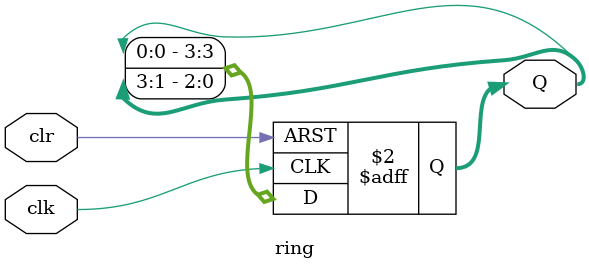
<source format=v>
module ring(clk,clr,Q);

input clk,clr;
output reg [3:0]Q;

always @(posedge clk, posedge clr) begin

    if (clr) begin
        Q<=4'b1000;
    end
    else begin
        Q[3]<=Q[0];
        Q[2]<=Q[3];
        Q[1]<=Q[2];
        Q[0]<=Q[1];
    end

end

endmodule
</source>
